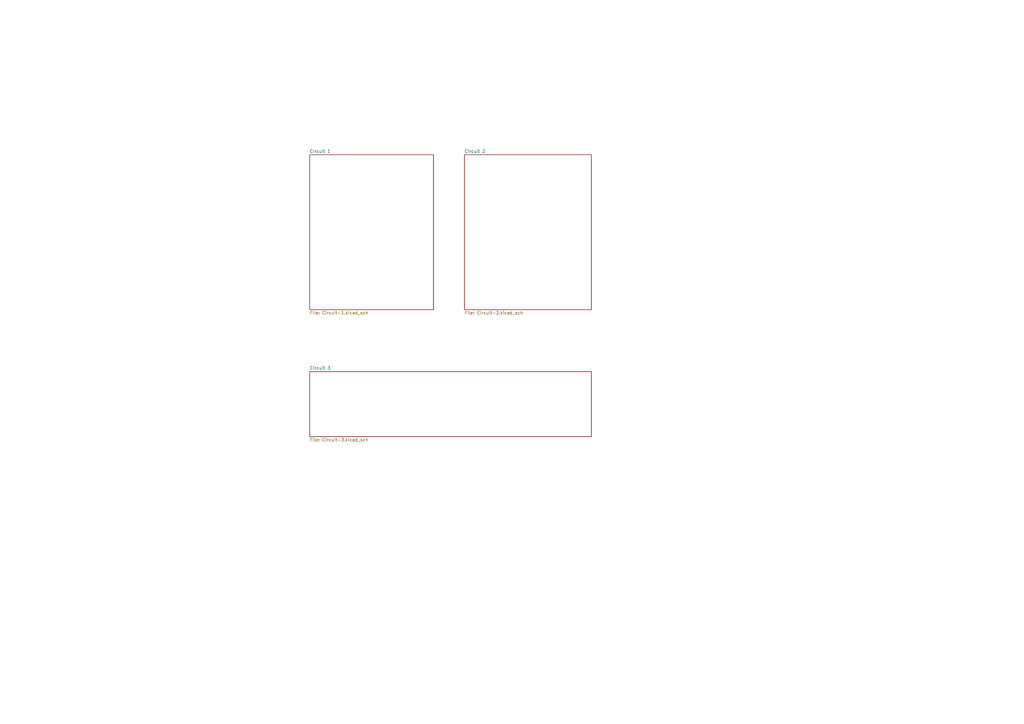
<source format=kicad_sch>
(kicad_sch
	(version 20250114)
	(generator "eeschema")
	(generator_version "9.0")
	(uuid "012d7bf9-8223-4140-afc5-ecb09d57c558")
	(paper "A3")
	(title_block
		(title "Project Architecture")
		(rev "${REVISION}")
		(company "${COMPANY}")
	)
	(lib_symbols)
	(sheet
		(at 127 152.4)
		(size 115.57 26.67)
		(exclude_from_sim no)
		(in_bom yes)
		(on_board yes)
		(dnp no)
		(fields_autoplaced yes)
		(stroke
			(width 0.1524)
			(type solid)
		)
		(fill
			(color 0 0 0 0.0000)
		)
		(uuid "6c8ce547-8e28-496a-9003-0e7dbfd93e8c")
		(property "Sheetname" "Circuit 3"
			(at 127 151.6884 0)
			(effects
				(font
					(size 1.27 1.27)
				)
				(justify left bottom)
			)
		)
		(property "Sheetfile" "Circuit-3.kicad_sch"
			(at 127 179.6546 0)
			(effects
				(font
					(size 1.27 1.27)
				)
				(justify left top)
			)
		)
		(instances
			(project "Asymworks_Template"
				(path "/8bfb0b6c-9e3a-4761-bc1e-4eb40915aa0b/f6afef58-d841-4ad6-baf9-746b0a35f011"
					(page "6")
				)
			)
		)
	)
	(sheet
		(at 190.5 63.5)
		(size 52.07 63.5)
		(exclude_from_sim no)
		(in_bom yes)
		(on_board yes)
		(dnp no)
		(fields_autoplaced yes)
		(stroke
			(width 0.1524)
			(type solid)
		)
		(fill
			(color 0 0 0 0.0000)
		)
		(uuid "9da43fd7-7a0a-403c-bf2c-ba67cd8fa669")
		(property "Sheetname" "Circuit 2"
			(at 190.5 62.7884 0)
			(effects
				(font
					(size 1.27 1.27)
				)
				(justify left bottom)
			)
		)
		(property "Sheetfile" "Circuit-2.kicad_sch"
			(at 190.5 127.5846 0)
			(effects
				(font
					(size 1.27 1.27)
				)
				(justify left top)
			)
		)
		(instances
			(project "Asymworks_Template"
				(path "/8bfb0b6c-9e3a-4761-bc1e-4eb40915aa0b/f6afef58-d841-4ad6-baf9-746b0a35f011"
					(page "5")
				)
			)
		)
	)
	(sheet
		(at 127 63.5)
		(size 50.8 63.5)
		(exclude_from_sim no)
		(in_bom yes)
		(on_board yes)
		(dnp no)
		(fields_autoplaced yes)
		(stroke
			(width 0.1524)
			(type solid)
		)
		(fill
			(color 0 0 0 0.0000)
		)
		(uuid "a5aa3c11-5084-4ea5-9da5-c9ff4a86f01f")
		(property "Sheetname" "Circuit 1"
			(at 127 62.7884 0)
			(effects
				(font
					(size 1.27 1.27)
				)
				(justify left bottom)
			)
		)
		(property "Sheetfile" "Circuit-1.kicad_sch"
			(at 127 127.5846 0)
			(effects
				(font
					(size 1.27 1.27)
				)
				(justify left top)
			)
		)
		(instances
			(project "Asymworks_Template"
				(path "/8bfb0b6c-9e3a-4761-bc1e-4eb40915aa0b/f6afef58-d841-4ad6-baf9-746b0a35f011"
					(page "4")
				)
			)
		)
	)
)

</source>
